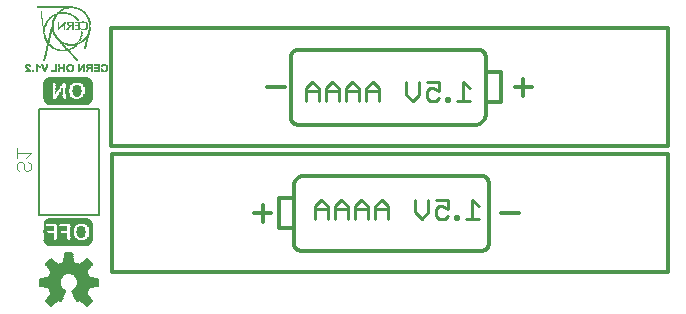
<source format=gbo>
G75*
%MOIN*%
%OFA0B0*%
%FSLAX24Y24*%
%IPPOS*%
%LPD*%
%AMOC8*
5,1,8,0,0,1.08239X$1,22.5*
%
%ADD10C,0.0118*%
%ADD11C,0.0120*%
%ADD12C,0.0090*%
%ADD13C,0.0050*%
%ADD14C,0.0040*%
%ADD15R,0.0082X0.0009*%
%ADD16R,0.0164X0.0009*%
%ADD17R,0.0027X0.0009*%
%ADD18R,0.0036X0.0009*%
%ADD19R,0.0146X0.0009*%
%ADD20R,0.0046X0.0009*%
%ADD21R,0.0037X0.0009*%
%ADD22R,0.0128X0.0009*%
%ADD23R,0.0192X0.0009*%
%ADD24R,0.0046X0.0009*%
%ADD25R,0.0036X0.0009*%
%ADD26R,0.0055X0.0009*%
%ADD27R,0.0173X0.0009*%
%ADD28R,0.0064X0.0009*%
%ADD29R,0.0155X0.0009*%
%ADD30R,0.0192X0.0009*%
%ADD31R,0.0055X0.0009*%
%ADD32R,0.0064X0.0009*%
%ADD33R,0.0173X0.0009*%
%ADD34R,0.0055X0.0009*%
%ADD35R,0.0183X0.0009*%
%ADD36R,0.0201X0.0009*%
%ADD37R,0.0064X0.0009*%
%ADD38R,0.0073X0.0009*%
%ADD39R,0.0182X0.0009*%
%ADD40R,0.0082X0.0009*%
%ADD41R,0.0073X0.0009*%
%ADD42R,0.0183X0.0009*%
%ADD43R,0.0046X0.0009*%
%ADD44R,0.0055X0.0009*%
%ADD45R,0.0055X0.0009*%
%ADD46R,0.0082X0.0009*%
%ADD47R,0.0173X0.0009*%
%ADD48R,0.0037X0.0009*%
%ADD49R,0.0155X0.0009*%
%ADD50R,0.0091X0.0009*%
%ADD51R,0.0055X0.0009*%
%ADD52R,0.0091X0.0009*%
%ADD53R,0.0064X0.0009*%
%ADD54R,0.0100X0.0009*%
%ADD55R,0.0109X0.0009*%
%ADD56R,0.0009X0.0009*%
%ADD57R,0.0155X0.0009*%
%ADD58R,0.0219X0.0009*%
%ADD59R,0.0064X0.0009*%
%ADD60R,0.0219X0.0009*%
%ADD61R,0.0046X0.0009*%
%ADD62R,0.0183X0.0009*%
%ADD63R,0.0192X0.0009*%
%ADD64R,0.0219X0.0009*%
%ADD65R,0.0046X0.0009*%
%ADD66R,0.0027X0.0009*%
%ADD67R,0.0110X0.0009*%
%ADD68R,0.0110X0.0009*%
%ADD69R,0.0119X0.0009*%
%ADD70R,0.0064X0.0009*%
%ADD71R,0.0055X0.0009*%
%ADD72R,0.0055X0.0009*%
%ADD73R,0.0046X0.0009*%
%ADD74R,0.0091X0.0009*%
%ADD75R,0.0100X0.0009*%
%ADD76R,0.0073X0.0009*%
%ADD77R,0.0073X0.0009*%
%ADD78R,0.0146X0.0009*%
%ADD79R,0.0128X0.0009*%
%ADD80R,0.0182X0.0009*%
%ADD81R,0.0119X0.0009*%
%ADD82R,0.0137X0.0009*%
%ADD83R,0.0100X0.0009*%
%ADD84R,0.0027X0.0009*%
%ADD85R,0.0009X0.0009*%
%ADD86R,0.0037X0.0009*%
%ADD87R,0.0027X0.0009*%
%ADD88R,0.0027X0.0009*%
%ADD89R,0.0036X0.0009*%
%ADD90R,0.0027X0.0009*%
%ADD91R,0.0036X0.0009*%
%ADD92R,0.0210X0.0009*%
%ADD93R,0.0283X0.0009*%
%ADD94R,0.0310X0.0009*%
%ADD95R,0.0037X0.0009*%
%ADD96R,0.0027X0.0009*%
%ADD97R,0.0128X0.0009*%
%ADD98R,0.0018X0.0009*%
%ADD99R,0.0274X0.0009*%
%ADD100R,0.0338X0.0009*%
%ADD101R,0.0392X0.0009*%
%ADD102R,0.0018X0.0009*%
%ADD103R,0.0119X0.0009*%
%ADD104R,0.0091X0.0009*%
%ADD105R,0.0082X0.0009*%
%ADD106R,0.0109X0.0009*%
%ADD107R,0.0027X0.0009*%
%ADD108R,0.0046X0.0009*%
%ADD109R,0.0146X0.0009*%
%ADD110R,0.0164X0.0009*%
%ADD111R,0.0018X0.0009*%
%ADD112R,0.0018X0.0009*%
%ADD113R,0.0018X0.0009*%
%ADD114R,0.0064X0.0009*%
%ADD115R,0.0155X0.0009*%
%ADD116R,0.0137X0.0009*%
%ADD117R,0.0018X0.0009*%
%ADD118R,0.0146X0.0009*%
%ADD119R,0.0164X0.0009*%
%ADD120R,0.0046X0.0009*%
%ADD121R,0.0329X0.0009*%
%ADD122R,0.0265X0.0009*%
%ADD123R,0.0064X0.0009*%
%ADD124R,0.0100X0.0009*%
%ADD125R,0.1341X0.0009*%
%ADD126R,0.1305X0.0009*%
%ADD127R,0.1278X0.0009*%
%ADD128R,0.1214X0.0009*%
%ADD129C,0.0059*%
%ADD130R,0.1246X0.0013*%
%ADD131R,0.1348X0.0013*%
%ADD132R,0.1399X0.0013*%
%ADD133R,0.1425X0.0013*%
%ADD134R,0.1475X0.0013*%
%ADD135R,0.1501X0.0013*%
%ADD136R,0.1526X0.0013*%
%ADD137R,0.1552X0.0013*%
%ADD138R,0.1577X0.0013*%
%ADD139R,0.1603X0.0013*%
%ADD140R,0.1603X0.0013*%
%ADD141R,0.1628X0.0013*%
%ADD142R,0.1628X0.0013*%
%ADD143R,0.0521X0.0013*%
%ADD144R,0.1094X0.0013*%
%ADD145R,0.0458X0.0013*%
%ADD146R,0.0293X0.0013*%
%ADD147R,0.0267X0.0013*%
%ADD148R,0.0318X0.0013*%
%ADD149R,0.0420X0.0013*%
%ADD150R,0.0242X0.0013*%
%ADD151R,0.0305X0.0013*%
%ADD152R,0.0394X0.0013*%
%ADD153R,0.0216X0.0013*%
%ADD154R,0.0305X0.0013*%
%ADD155R,0.0369X0.0013*%
%ADD156R,0.0191X0.0013*%
%ADD157R,0.0356X0.0013*%
%ADD158R,0.0178X0.0013*%
%ADD159R,0.0204X0.0013*%
%ADD160R,0.0343X0.0013*%
%ADD161R,0.0165X0.0013*%
%ADD162R,0.0331X0.0013*%
%ADD163R,0.0025X0.0013*%
%ADD164R,0.0153X0.0013*%
%ADD165R,0.0191X0.0013*%
%ADD166R,0.0331X0.0013*%
%ADD167R,0.0127X0.0013*%
%ADD168R,0.0153X0.0013*%
%ADD169R,0.0178X0.0013*%
%ADD170R,0.0305X0.0013*%
%ADD171R,0.0318X0.0013*%
%ADD172R,0.0140X0.0013*%
%ADD173R,0.0305X0.0013*%
%ADD174R,0.0127X0.0013*%
%ADD175R,0.0305X0.0013*%
%ADD176R,0.0216X0.0013*%
%ADD177R,0.0127X0.0013*%
%ADD178R,0.0153X0.0013*%
%ADD179R,0.0293X0.0013*%
%ADD180R,0.0242X0.0013*%
%ADD181R,0.0114X0.0013*%
%ADD182R,0.0140X0.0013*%
%ADD183R,0.0254X0.0013*%
%ADD184R,0.0114X0.0013*%
%ADD185R,0.0127X0.0013*%
%ADD186R,0.0280X0.0013*%
%ADD187R,0.0114X0.0013*%
%ADD188R,0.0114X0.0013*%
%ADD189R,0.0280X0.0013*%
%ADD190R,0.0102X0.0013*%
%ADD191R,0.0114X0.0013*%
%ADD192R,0.0013X0.0013*%
%ADD193R,0.0102X0.0013*%
%ADD194R,0.0025X0.0013*%
%ADD195R,0.0089X0.0013*%
%ADD196R,0.0038X0.0013*%
%ADD197R,0.0293X0.0013*%
%ADD198R,0.0102X0.0013*%
%ADD199R,0.0076X0.0013*%
%ADD200R,0.0051X0.0013*%
%ADD201R,0.0280X0.0013*%
%ADD202R,0.0305X0.0013*%
%ADD203R,0.0102X0.0013*%
%ADD204R,0.0064X0.0013*%
%ADD205R,0.0051X0.0013*%
%ADD206R,0.0064X0.0013*%
%ADD207R,0.0051X0.0013*%
%ADD208R,0.0076X0.0013*%
%ADD209R,0.0038X0.0013*%
%ADD210R,0.0089X0.0013*%
%ADD211R,0.0025X0.0013*%
%ADD212R,0.0013X0.0013*%
%ADD213R,0.0267X0.0013*%
%ADD214R,0.0153X0.0013*%
%ADD215R,0.0191X0.0013*%
%ADD216R,0.0165X0.0013*%
%ADD217R,0.0331X0.0013*%
%ADD218R,0.0165X0.0013*%
%ADD219R,0.0382X0.0013*%
%ADD220R,0.0204X0.0013*%
%ADD221R,0.0229X0.0013*%
%ADD222R,0.0394X0.0013*%
%ADD223R,0.0242X0.0013*%
%ADD224R,0.0407X0.0013*%
%ADD225R,0.0254X0.0013*%
%ADD226R,0.0293X0.0013*%
%ADD227R,0.0445X0.0013*%
%ADD228R,0.1603X0.0013*%
%ADD229R,0.1577X0.0013*%
%ADD230R,0.1552X0.0013*%
%ADD231R,0.1475X0.0013*%
%ADD232R,0.1425X0.0013*%
%ADD233R,0.1246X0.0013*%
%ADD234R,0.0343X0.0013*%
%ADD235R,0.0420X0.0013*%
%ADD236R,0.0369X0.0013*%
%ADD237R,0.0382X0.0013*%
%ADD238R,0.0356X0.0013*%
%ADD239R,0.0254X0.0013*%
%ADD240R,0.0229X0.0013*%
%ADD241R,0.0356X0.0013*%
%ADD242R,0.0229X0.0013*%
%ADD243R,0.0356X0.0013*%
%ADD244R,0.0216X0.0013*%
%ADD245R,0.0204X0.0013*%
%ADD246R,0.0191X0.0013*%
%ADD247R,0.0178X0.0013*%
%ADD248R,0.0064X0.0013*%
%ADD249R,0.0343X0.0013*%
%ADD250R,0.0140X0.0013*%
%ADD251R,0.0343X0.0013*%
%ADD252R,0.0242X0.0013*%
%ADD253R,0.0153X0.0013*%
%ADD254R,0.0127X0.0013*%
%ADD255R,0.0114X0.0013*%
%ADD256R,0.0178X0.0013*%
%ADD257R,0.0191X0.0013*%
%ADD258R,0.0089X0.0013*%
%ADD259R,0.0089X0.0013*%
%ADD260R,0.0076X0.0013*%
%ADD261R,0.0229X0.0013*%
%ADD262R,0.0089X0.0013*%
%ADD263R,0.0076X0.0013*%
%ADD264R,0.0267X0.0013*%
%ADD265R,0.0318X0.0013*%
%ADD266R,0.1196X0.0013*%
D10*
X006185Y001681D02*
X024744Y001681D01*
X024744Y005619D01*
X006185Y005619D01*
X006185Y001681D01*
X011760Y003150D02*
X012260Y003150D01*
X012260Y004150D01*
X011760Y004150D01*
X011760Y003150D01*
X012260Y003150D02*
X012260Y002650D01*
X012262Y002620D01*
X012267Y002590D01*
X012276Y002561D01*
X012289Y002534D01*
X012304Y002508D01*
X012323Y002484D01*
X012344Y002463D01*
X012368Y002444D01*
X012394Y002429D01*
X012421Y002416D01*
X012450Y002407D01*
X012480Y002402D01*
X012510Y002400D01*
X018510Y002400D01*
X018540Y002402D01*
X018570Y002407D01*
X018599Y002416D01*
X018626Y002429D01*
X018652Y002444D01*
X018676Y002463D01*
X018697Y002484D01*
X018716Y002508D01*
X018731Y002534D01*
X018744Y002561D01*
X018753Y002590D01*
X018758Y002620D01*
X018760Y002650D01*
X018760Y004650D01*
X018758Y004680D01*
X018753Y004710D01*
X018744Y004739D01*
X018731Y004766D01*
X018716Y004792D01*
X018697Y004816D01*
X018676Y004837D01*
X018652Y004856D01*
X018626Y004871D01*
X018599Y004884D01*
X018570Y004893D01*
X018540Y004898D01*
X018510Y004900D01*
X012613Y004900D01*
X012576Y004898D01*
X012539Y004892D01*
X012504Y004883D01*
X012469Y004869D01*
X012436Y004853D01*
X012405Y004832D01*
X012376Y004809D01*
X012350Y004783D01*
X012327Y004754D01*
X012306Y004723D01*
X012290Y004690D01*
X012276Y004655D01*
X012267Y004620D01*
X012261Y004583D01*
X012259Y004546D01*
X012260Y004546D02*
X012260Y004150D01*
X012410Y006600D02*
X018306Y006600D01*
X018343Y006602D01*
X018380Y006608D01*
X018415Y006617D01*
X018450Y006631D01*
X018483Y006647D01*
X018514Y006668D01*
X018543Y006691D01*
X018569Y006717D01*
X018592Y006746D01*
X018613Y006777D01*
X018629Y006810D01*
X018643Y006845D01*
X018652Y006880D01*
X018658Y006917D01*
X018660Y006954D01*
X018660Y007350D01*
X019160Y007350D01*
X019160Y008350D01*
X018660Y008350D01*
X018660Y007350D01*
X018660Y008350D02*
X018660Y008850D01*
X018658Y008880D01*
X018653Y008910D01*
X018644Y008939D01*
X018631Y008966D01*
X018616Y008992D01*
X018597Y009016D01*
X018576Y009037D01*
X018552Y009056D01*
X018526Y009071D01*
X018499Y009084D01*
X018470Y009093D01*
X018440Y009098D01*
X018410Y009100D01*
X012410Y009100D01*
X012380Y009098D01*
X012350Y009093D01*
X012321Y009084D01*
X012294Y009071D01*
X012268Y009056D01*
X012244Y009037D01*
X012223Y009016D01*
X012204Y008992D01*
X012189Y008966D01*
X012176Y008939D01*
X012167Y008910D01*
X012162Y008880D01*
X012160Y008850D01*
X012160Y006850D01*
X012162Y006820D01*
X012167Y006790D01*
X012176Y006761D01*
X012189Y006734D01*
X012204Y006708D01*
X012223Y006684D01*
X012244Y006663D01*
X012268Y006644D01*
X012294Y006629D01*
X012321Y006616D01*
X012350Y006607D01*
X012380Y006602D01*
X012410Y006600D01*
X006175Y005881D02*
X024734Y005881D01*
X024734Y009819D01*
X006175Y009819D01*
X006175Y005881D01*
D11*
X010925Y003650D02*
X011512Y003650D01*
X011218Y003944D02*
X011218Y003357D01*
X011371Y007850D02*
X011958Y007850D01*
X019175Y003650D02*
X019762Y003650D01*
X019914Y007557D02*
X019914Y008144D01*
X020208Y007850D02*
X019621Y007850D01*
D12*
X018115Y007821D02*
X017902Y008034D01*
X017902Y007395D01*
X018115Y007395D02*
X017689Y007395D01*
X017444Y007395D02*
X017337Y007395D01*
X017337Y007501D01*
X017444Y007501D01*
X017444Y007395D01*
X017109Y007501D02*
X017002Y007395D01*
X016789Y007395D01*
X016683Y007501D01*
X016683Y007714D01*
X016789Y007821D01*
X016896Y007821D01*
X017109Y007714D01*
X017109Y008034D01*
X016683Y008034D01*
X016438Y008034D02*
X016438Y007608D01*
X016225Y007395D01*
X016012Y007608D01*
X016012Y008034D01*
X015097Y007821D02*
X015097Y007395D01*
X015097Y007714D02*
X014671Y007714D01*
X014671Y007821D02*
X014671Y007395D01*
X014426Y007395D02*
X014426Y007821D01*
X014213Y008034D01*
X014000Y007821D01*
X014000Y007395D01*
X013755Y007395D02*
X013755Y007821D01*
X013542Y008034D01*
X013329Y007821D01*
X013329Y007395D01*
X013085Y007395D02*
X013085Y007821D01*
X012872Y008034D01*
X012659Y007821D01*
X012659Y007395D01*
X012659Y007714D02*
X013085Y007714D01*
X013329Y007714D02*
X013755Y007714D01*
X014000Y007714D02*
X014426Y007714D01*
X014671Y007821D02*
X014884Y008034D01*
X015097Y007821D01*
X015184Y004106D02*
X014971Y003893D01*
X014971Y003467D01*
X014726Y003467D02*
X014726Y003893D01*
X014514Y004106D01*
X014301Y003893D01*
X014301Y003467D01*
X014056Y003467D02*
X014056Y003893D01*
X013843Y004106D01*
X013630Y003893D01*
X013630Y003467D01*
X013385Y003467D02*
X013385Y003893D01*
X013172Y004106D01*
X012959Y003893D01*
X012959Y003467D01*
X012959Y003786D02*
X013385Y003786D01*
X013630Y003786D02*
X014056Y003786D01*
X014301Y003786D02*
X014726Y003786D01*
X014971Y003786D02*
X015397Y003786D01*
X015397Y003893D02*
X015184Y004106D01*
X015397Y003893D02*
X015397Y003467D01*
X016313Y003680D02*
X016313Y004106D01*
X016738Y004106D02*
X016738Y003680D01*
X016525Y003467D01*
X016313Y003680D01*
X016983Y003786D02*
X016983Y003573D01*
X017090Y003467D01*
X017303Y003467D01*
X017409Y003573D01*
X017638Y003573D02*
X017638Y003467D01*
X017744Y003467D01*
X017744Y003573D01*
X017638Y003573D01*
X017989Y003467D02*
X018415Y003467D01*
X018202Y003467D02*
X018202Y004106D01*
X018415Y003893D01*
X017409Y003786D02*
X017196Y003893D01*
X017090Y003893D01*
X016983Y003786D01*
X016983Y004106D02*
X017409Y004106D01*
X017409Y003786D01*
D13*
X005760Y003594D02*
X005760Y007137D01*
X003760Y007137D01*
X003760Y003594D01*
X005760Y003594D01*
D14*
X003490Y005126D02*
X003413Y005049D01*
X003336Y005049D01*
X003260Y005126D01*
X003260Y005279D01*
X003183Y005356D01*
X003106Y005356D01*
X003030Y005279D01*
X003030Y005126D01*
X003106Y005049D01*
X003490Y005126D02*
X003490Y005279D01*
X003413Y005356D01*
X003336Y005510D02*
X003490Y005663D01*
X003030Y005663D01*
X003030Y005510D02*
X003030Y005817D01*
D15*
X003961Y008377D03*
X004344Y009098D03*
X004809Y009107D03*
X005129Y009317D03*
X005247Y008560D03*
X005110Y008396D03*
X004809Y008350D03*
X004809Y008606D03*
X005895Y008569D03*
X005941Y008350D03*
X004800Y010266D03*
X004581Y010440D03*
X004399Y010285D03*
X004344Y010266D03*
X004298Y010248D03*
D16*
X005690Y008350D03*
D17*
X005521Y008350D03*
X005357Y008350D03*
X005256Y008606D03*
X005092Y008606D03*
X005001Y008779D03*
X004609Y008606D03*
X004444Y008606D03*
X004444Y008350D03*
X003961Y008806D03*
X003970Y008843D03*
X003979Y008888D03*
X004006Y009016D03*
X004015Y009044D03*
X004025Y009098D03*
X004052Y009208D03*
X004052Y009217D03*
X004061Y009235D03*
X004061Y009253D03*
X004070Y009281D03*
X003979Y009472D03*
X003970Y009509D03*
X003961Y009555D03*
X003961Y009810D03*
X003961Y009819D03*
X003961Y009837D03*
X003970Y009856D03*
X003979Y009883D03*
X003915Y009874D03*
X003915Y009856D03*
X003915Y009837D03*
X003897Y010002D03*
X003897Y010011D03*
X003879Y010139D03*
X003879Y010157D03*
X003879Y010175D03*
X003879Y010184D03*
X004271Y009637D03*
X004563Y009253D03*
X004581Y009235D03*
X004700Y009107D03*
X004992Y009217D03*
X005010Y009235D03*
X005092Y009345D03*
X005129Y009399D03*
X005138Y009409D03*
X005165Y009472D03*
X005165Y009491D03*
X005174Y009509D03*
X005174Y009518D03*
X005183Y009555D03*
X005384Y009472D03*
X005348Y009336D03*
X005293Y009126D03*
X005439Y009682D03*
X005466Y009837D03*
X005466Y009856D03*
X005466Y009874D03*
X005466Y009883D03*
X005466Y009901D03*
X005384Y010184D03*
X003468Y008523D03*
D18*
X003710Y008587D03*
X003792Y008505D03*
X003710Y008350D03*
X003956Y008779D03*
X003956Y008797D03*
X003965Y008825D03*
X003974Y008861D03*
X003974Y008870D03*
X003983Y008907D03*
X003983Y008916D03*
X004002Y008980D03*
X004011Y009034D03*
X004020Y009062D03*
X004029Y009107D03*
X004047Y009190D03*
X004066Y009272D03*
X004075Y009299D03*
X004084Y009336D03*
X004084Y009345D03*
X004093Y009363D03*
X004093Y009399D03*
X004102Y009409D03*
X004102Y009427D03*
X004111Y009445D03*
X004111Y009454D03*
X004111Y009472D03*
X004129Y009555D03*
X004139Y009573D03*
X004139Y009582D03*
X004148Y009600D03*
X004148Y009618D03*
X004157Y009637D03*
X004157Y009646D03*
X004157Y009664D03*
X004175Y009728D03*
X004175Y009746D03*
X004184Y009755D03*
X004184Y009774D03*
X004184Y009792D03*
X004230Y009792D03*
X004239Y009755D03*
X004239Y009746D03*
X004239Y009728D03*
X004257Y009664D03*
X004266Y009646D03*
X004275Y009618D03*
X004285Y009600D03*
X004303Y009573D03*
X004312Y009555D03*
X004358Y009491D03*
X004522Y009299D03*
X004540Y009281D03*
X004604Y009208D03*
X004622Y009190D03*
X004659Y009144D03*
X004677Y009126D03*
X004704Y009098D03*
X004741Y009062D03*
X004759Y009044D03*
X004787Y009016D03*
X004823Y008971D03*
X004841Y008952D03*
X004859Y008934D03*
X004878Y008916D03*
X004887Y008907D03*
X004905Y008888D03*
X004923Y008870D03*
X004923Y008861D03*
X004960Y008825D03*
X004978Y008806D03*
X004987Y008797D03*
X005033Y008742D03*
X005097Y008350D03*
X005261Y008350D03*
X004613Y008350D03*
X004987Y009208D03*
X005142Y009427D03*
X005152Y009445D03*
X005288Y009427D03*
X005307Y009445D03*
X005316Y009454D03*
X005343Y009491D03*
X005389Y009491D03*
X005361Y009399D03*
X005352Y009363D03*
X005352Y009345D03*
X005343Y009317D03*
X005334Y009299D03*
X005334Y009281D03*
X005334Y009272D03*
X005316Y009217D03*
X005316Y009208D03*
X005307Y009190D03*
X005307Y009171D03*
X005298Y009162D03*
X005298Y009144D03*
X005425Y009637D03*
X005425Y009646D03*
X005434Y009664D03*
X005444Y009701D03*
X005444Y009710D03*
X005453Y009728D03*
X005453Y009746D03*
X005453Y009755D03*
X005462Y009774D03*
X005462Y009792D03*
X005462Y009810D03*
X005462Y009819D03*
X005380Y009856D03*
X005380Y009874D03*
X005380Y009883D03*
X005380Y009901D03*
X005361Y009965D03*
X005343Y009983D03*
X005444Y010029D03*
X005444Y010047D03*
X005434Y010056D03*
X005425Y010093D03*
X005407Y010139D03*
X005398Y010157D03*
X005389Y010175D03*
X005361Y010221D03*
X005352Y010239D03*
X005343Y010248D03*
X005042Y010093D03*
X005006Y010139D03*
X005097Y009983D03*
X005097Y009965D03*
X005097Y009947D03*
X005097Y009938D03*
X005097Y009883D03*
X005097Y009874D03*
X005097Y009856D03*
X005097Y009837D03*
X005097Y009819D03*
X005097Y009810D03*
X005097Y009792D03*
X004887Y009792D03*
X004887Y009810D03*
X004887Y009819D03*
X004887Y009837D03*
X004887Y009856D03*
X004887Y009874D03*
X004887Y009883D03*
X004887Y009901D03*
X004887Y009938D03*
X004887Y009947D03*
X004887Y009965D03*
X004887Y009983D03*
X004887Y010002D03*
X004787Y009856D03*
X004887Y009774D03*
X005361Y009810D03*
X005462Y009938D03*
X005462Y009947D03*
X005462Y009965D03*
X005453Y010002D03*
X005453Y010011D03*
X004321Y010202D03*
X004303Y010175D03*
X004285Y010139D03*
X004275Y010120D03*
X004275Y010111D03*
X004266Y010093D03*
X004239Y010011D03*
X004239Y010002D03*
X004230Y009965D03*
X004093Y010093D03*
X004066Y010056D03*
X004056Y010047D03*
X004029Y010011D03*
X004029Y010002D03*
X004020Y009983D03*
X004011Y009965D03*
X004002Y009947D03*
X003983Y009901D03*
X003974Y009874D03*
X003938Y009710D03*
X003938Y009701D03*
X003938Y009682D03*
X003965Y009518D03*
X003974Y009491D03*
X004002Y009427D03*
X004011Y009409D03*
X004011Y009399D03*
X005854Y008441D03*
D19*
X005945Y008587D03*
X005471Y008460D03*
X004275Y008350D03*
X003399Y008350D03*
X004695Y009272D03*
X005042Y009901D03*
X004695Y010476D03*
D20*
X004335Y010221D03*
X004307Y010184D03*
X004189Y010184D03*
X004152Y010157D03*
X004134Y010139D03*
X004116Y010120D03*
X004107Y010111D03*
X004234Y009983D03*
X004225Y009947D03*
X004225Y009938D03*
X004234Y009774D03*
X004435Y009792D03*
X004481Y009837D03*
X004499Y009856D03*
X004517Y009874D03*
X004526Y009883D03*
X004545Y009901D03*
X004581Y009938D03*
X004590Y009947D03*
X004627Y009983D03*
X004727Y009983D03*
X004727Y009938D03*
X004773Y009901D03*
X004800Y009874D03*
X004773Y009837D03*
X004755Y009819D03*
X004745Y009810D03*
X004727Y009792D03*
X004718Y009774D03*
X004390Y009454D03*
X004371Y009472D03*
X004344Y009509D03*
X004134Y009235D03*
X004152Y009217D03*
X004161Y009208D03*
X004180Y009190D03*
X004216Y009162D03*
X004444Y008587D03*
X004444Y008569D03*
X004444Y008560D03*
X004444Y008523D03*
X004444Y008441D03*
X004444Y008432D03*
X004444Y008414D03*
X004444Y008396D03*
X004444Y008377D03*
X004444Y008368D03*
X004609Y008368D03*
X004709Y008460D03*
X004709Y008478D03*
X004709Y008496D03*
X004609Y008587D03*
X005092Y008587D03*
X005092Y008569D03*
X005092Y008560D03*
X005092Y008523D03*
X005092Y008505D03*
X005092Y008496D03*
X005092Y008478D03*
X005092Y008460D03*
X005092Y008441D03*
X005266Y008368D03*
X005521Y008368D03*
X005521Y008377D03*
X005521Y008396D03*
X005521Y008414D03*
X005521Y008432D03*
X005521Y008441D03*
X005521Y008505D03*
X005521Y008523D03*
X005521Y008560D03*
X005859Y008523D03*
X005859Y008432D03*
X006032Y008432D03*
X004964Y009190D03*
X004928Y009162D03*
X004901Y009144D03*
X005256Y009399D03*
X005266Y009409D03*
X005393Y009555D03*
X005402Y009573D03*
X005402Y009582D03*
X005412Y009600D03*
X005348Y009792D03*
X005366Y009819D03*
X005183Y009774D03*
X005092Y009774D03*
X005092Y010002D03*
X005183Y010002D03*
X005311Y010002D03*
X005329Y010266D03*
X005311Y010285D03*
X005302Y010294D03*
X005238Y010358D03*
X005028Y010111D03*
X004964Y010175D03*
X003942Y009746D03*
X003942Y009728D03*
X003869Y008587D03*
X003879Y008560D03*
X003897Y008505D03*
X003915Y008460D03*
X003924Y008441D03*
X003924Y008432D03*
X003933Y008414D03*
X003988Y008414D03*
X003997Y008441D03*
X004015Y008496D03*
X004025Y008523D03*
X003961Y008350D03*
X003714Y008368D03*
X003349Y008496D03*
X003340Y008523D03*
D21*
X003564Y008350D03*
X003947Y008742D03*
X003947Y008761D03*
X003993Y008952D03*
X004038Y009144D03*
X004120Y009253D03*
X003993Y009445D03*
X004120Y009491D03*
X004120Y009509D03*
X004120Y009518D03*
X004166Y009682D03*
X004166Y009701D03*
X004166Y009710D03*
X004248Y009710D03*
X004248Y009701D03*
X004294Y009582D03*
X004339Y009518D03*
X004549Y009272D03*
X004595Y009217D03*
X004768Y009034D03*
X004814Y008980D03*
X004942Y008843D03*
X004942Y009171D03*
X005325Y009235D03*
X005325Y009253D03*
X005371Y009427D03*
X005325Y009472D03*
X005416Y009618D03*
X005197Y009637D03*
X005197Y009646D03*
X005371Y009837D03*
X005371Y009938D03*
X005371Y009947D03*
X005416Y010111D03*
X005416Y010120D03*
X005371Y010202D03*
X005024Y010120D03*
X004723Y009965D03*
X004723Y009947D03*
X004294Y010157D03*
X004248Y010047D03*
X004038Y010029D03*
X003947Y009637D03*
X003947Y009618D03*
D22*
X004805Y008359D03*
X005945Y008359D03*
D23*
X005685Y008359D03*
X005694Y008578D03*
D24*
X005859Y008533D03*
X005859Y008423D03*
X006032Y008514D03*
X005521Y008514D03*
X005521Y008533D03*
X005521Y008551D03*
X005521Y008450D03*
X005521Y008423D03*
X005521Y008405D03*
X005521Y008359D03*
X005357Y008359D03*
X005256Y008596D03*
X005092Y008596D03*
X005092Y008578D03*
X005092Y008551D03*
X005092Y008533D03*
X005092Y008514D03*
X005092Y008487D03*
X005092Y008450D03*
X004709Y008487D03*
X004609Y008596D03*
X004444Y008596D03*
X004444Y008578D03*
X004444Y008551D03*
X004444Y008533D03*
X004444Y008514D03*
X004444Y008450D03*
X004444Y008423D03*
X004444Y008405D03*
X004444Y008359D03*
X004609Y008359D03*
X004335Y008596D03*
X003988Y008423D03*
X003924Y008423D03*
X003915Y008450D03*
X003897Y008514D03*
X003888Y008533D03*
X003869Y008596D03*
X003787Y008514D03*
X003568Y008359D03*
X003468Y008533D03*
X003459Y008551D03*
X003340Y008551D03*
X003340Y008533D03*
X003340Y008514D03*
X004125Y009244D03*
X004171Y009199D03*
X004362Y009482D03*
X004307Y009564D03*
X004289Y009591D03*
X004727Y009783D03*
X004736Y009801D03*
X004764Y009828D03*
X004791Y009865D03*
X004727Y009974D03*
X004599Y009956D03*
X004572Y009929D03*
X004554Y009910D03*
X004536Y009892D03*
X004472Y009828D03*
X004225Y009929D03*
X004234Y009974D03*
X004098Y010102D03*
X004125Y010129D03*
X004070Y010066D03*
X004298Y010166D03*
X004317Y010193D03*
X004326Y010212D03*
X004417Y010321D03*
X004974Y010166D03*
X005320Y010275D03*
X005339Y010257D03*
X005357Y009801D03*
X005421Y009628D03*
X005412Y009591D03*
X005247Y009390D03*
X004974Y009199D03*
X004955Y009180D03*
X003942Y009719D03*
X003942Y009737D03*
D25*
X003956Y009564D03*
X004002Y009418D03*
X004020Y009390D03*
X004029Y009372D03*
X004084Y009354D03*
X004093Y009372D03*
X004093Y009390D03*
X004102Y009418D03*
X004102Y009436D03*
X004129Y009527D03*
X004129Y009545D03*
X004139Y009564D03*
X004139Y009591D03*
X004148Y009628D03*
X004157Y009655D03*
X004157Y009673D03*
X004175Y009719D03*
X004175Y009737D03*
X004184Y009783D03*
X004230Y009783D03*
X004239Y009737D03*
X004257Y009673D03*
X004275Y009628D03*
X004321Y009545D03*
X004330Y009527D03*
X004348Y009500D03*
X004531Y009290D03*
X004558Y009263D03*
X004613Y009199D03*
X004668Y009135D03*
X004686Y009117D03*
X004714Y009089D03*
X004732Y009071D03*
X004750Y009053D03*
X004777Y009025D03*
X004796Y009007D03*
X004832Y008961D03*
X004850Y008943D03*
X004914Y008879D03*
X004951Y008834D03*
X004969Y008815D03*
X004777Y009089D03*
X005124Y009390D03*
X005279Y009418D03*
X005298Y009436D03*
X005334Y009482D03*
X005361Y009390D03*
X005361Y009372D03*
X005352Y009354D03*
X005343Y009326D03*
X005334Y009290D03*
X005307Y009199D03*
X005307Y009180D03*
X005298Y009135D03*
X005188Y009564D03*
X005097Y009783D03*
X005097Y009801D03*
X005097Y009828D03*
X005097Y009865D03*
X005097Y009910D03*
X005097Y009929D03*
X005097Y009956D03*
X005097Y009974D03*
X005051Y010084D03*
X005033Y010102D03*
X005015Y010129D03*
X004887Y009974D03*
X004887Y009956D03*
X004887Y009929D03*
X004887Y009910D03*
X004887Y009865D03*
X004887Y009828D03*
X004887Y009801D03*
X004887Y009783D03*
X004750Y009910D03*
X004732Y009929D03*
X004431Y009783D03*
X004230Y009956D03*
X004239Y010020D03*
X004257Y010066D03*
X004257Y010084D03*
X004266Y010102D03*
X004275Y010129D03*
X004084Y010084D03*
X004047Y010038D03*
X004011Y009974D03*
X004002Y009956D03*
X003983Y009910D03*
X004084Y009326D03*
X004075Y009290D03*
X004066Y009263D03*
X004047Y009180D03*
X004020Y009071D03*
X004011Y009025D03*
X004002Y008989D03*
X003983Y008898D03*
X003974Y008879D03*
X003965Y008834D03*
X003965Y008815D03*
X003956Y008788D03*
X004047Y008596D03*
X003710Y008596D03*
X003710Y008359D03*
X005261Y008359D03*
X005434Y009655D03*
X005434Y009673D03*
X005453Y009737D03*
X005462Y009783D03*
X005462Y009801D03*
X005462Y009828D03*
X005380Y009865D03*
X005380Y009892D03*
X005380Y009910D03*
X005380Y009929D03*
X005361Y009956D03*
X005352Y009974D03*
X005462Y009974D03*
X005462Y009956D03*
X005462Y009929D03*
X005453Y010020D03*
X005444Y010038D03*
X005434Y010066D03*
X005425Y010084D03*
X005425Y010102D03*
X005407Y010129D03*
X005398Y010166D03*
X005380Y010193D03*
D26*
X005261Y010339D03*
X005225Y010367D03*
X004914Y010212D03*
X004622Y009974D03*
X004440Y009801D03*
X004221Y009892D03*
X004221Y009910D03*
X003938Y009783D03*
X004403Y009436D03*
X004193Y009180D03*
X004257Y009135D03*
X004887Y009135D03*
X005225Y009372D03*
X005389Y009545D03*
X005398Y009564D03*
X005334Y009783D03*
X004440Y010339D03*
X004230Y010212D03*
X004047Y008578D03*
X004029Y008533D03*
X004020Y008514D03*
X004011Y008487D03*
X004002Y008450D03*
X003883Y008551D03*
X003874Y008578D03*
X003710Y008578D03*
X003710Y008514D03*
X003710Y008487D03*
X003710Y008450D03*
X003710Y008423D03*
X003710Y008405D03*
X003445Y008405D03*
X003427Y008423D03*
X003354Y008487D03*
X004613Y008514D03*
X004613Y008533D03*
X004613Y008551D03*
X004613Y008578D03*
X004714Y008514D03*
X004714Y008450D03*
X004613Y008450D03*
X004613Y008423D03*
X004613Y008405D03*
X004887Y008405D03*
X004905Y008450D03*
X004905Y008487D03*
X004905Y008514D03*
X004887Y008551D03*
X005097Y008359D03*
X005188Y008487D03*
X005261Y008487D03*
X005261Y008450D03*
X005261Y008423D03*
X005261Y008405D03*
X005380Y008405D03*
X005361Y008533D03*
X006028Y008533D03*
X006037Y008487D03*
X006037Y008450D03*
X006028Y008423D03*
D27*
X005941Y008578D03*
X005457Y008596D03*
X004809Y008578D03*
X004271Y008359D03*
X003395Y008359D03*
X004572Y010321D03*
D28*
X004490Y010385D03*
X005174Y010403D03*
X005384Y009527D03*
X004453Y009390D03*
X003961Y008359D03*
X005393Y008423D03*
X005868Y008405D03*
X005868Y008551D03*
D29*
X005941Y008368D03*
X004809Y008368D03*
X004809Y008587D03*
D30*
X005685Y008587D03*
X005685Y008368D03*
D31*
X005863Y008414D03*
X006009Y008396D03*
X006028Y008414D03*
X006037Y008441D03*
X006037Y008460D03*
X006037Y008478D03*
X006037Y008496D03*
X006037Y008505D03*
X006028Y008523D03*
X005517Y008496D03*
X005398Y008432D03*
X005361Y008368D03*
X005261Y008377D03*
X005261Y008396D03*
X005261Y008414D03*
X005261Y008432D03*
X005261Y008441D03*
X005261Y008460D03*
X005261Y008478D03*
X005261Y008496D03*
X005261Y008505D03*
X005188Y008496D03*
X005179Y008478D03*
X005170Y008460D03*
X005361Y008523D03*
X004905Y008523D03*
X004905Y008505D03*
X004905Y008496D03*
X004905Y008478D03*
X004905Y008460D03*
X004905Y008441D03*
X004905Y008432D03*
X004714Y008432D03*
X004714Y008441D03*
X004714Y008505D03*
X004714Y008523D03*
X004613Y008523D03*
X004613Y008560D03*
X004613Y008569D03*
X004613Y008460D03*
X004613Y008441D03*
X004613Y008432D03*
X004613Y008414D03*
X004613Y008396D03*
X004613Y008377D03*
X004449Y008460D03*
X004449Y008505D03*
X004047Y008587D03*
X004020Y008505D03*
X004011Y008478D03*
X004002Y008460D03*
X003892Y008523D03*
X003874Y008569D03*
X003710Y008523D03*
X003710Y008505D03*
X003710Y008496D03*
X003710Y008478D03*
X003710Y008460D03*
X003710Y008441D03*
X003710Y008432D03*
X003710Y008414D03*
X003710Y008396D03*
X003710Y008377D03*
X003454Y008396D03*
X003418Y008432D03*
X003454Y008560D03*
X003399Y008606D03*
X004239Y009144D03*
X004275Y009126D03*
X004440Y009399D03*
X004431Y009409D03*
X004412Y009427D03*
X004394Y009445D03*
X003938Y009755D03*
X003938Y009774D03*
X003938Y009792D03*
X004221Y009874D03*
X004221Y009883D03*
X004221Y009901D03*
X004175Y010175D03*
X004431Y010330D03*
X004449Y010348D03*
X004458Y010358D03*
X004750Y010002D03*
X004923Y010202D03*
X004951Y010184D03*
X005252Y010348D03*
X005270Y010330D03*
X005188Y010394D03*
X005316Y009774D03*
D32*
X005211Y009363D03*
X005183Y009345D03*
X004618Y009965D03*
X004444Y009810D03*
X004280Y010239D03*
X003714Y008569D03*
X003450Y008569D03*
X003358Y008569D03*
X003367Y008478D03*
X003404Y008441D03*
X003961Y008368D03*
X004609Y008505D03*
X004736Y008396D03*
X004882Y008396D03*
X005101Y008368D03*
X005256Y008587D03*
X005402Y008441D03*
X005384Y008414D03*
X005941Y008606D03*
X006005Y008560D03*
D33*
X005941Y008377D03*
X005457Y008478D03*
X004809Y008377D03*
X004271Y008368D03*
X003404Y008377D03*
D34*
X003436Y008414D03*
X003345Y008505D03*
X003345Y008560D03*
X003564Y008377D03*
X003564Y008368D03*
X003901Y008496D03*
X003993Y008432D03*
X004038Y008560D03*
X004038Y008569D03*
X004339Y008569D03*
X004339Y008560D03*
X004339Y008587D03*
X004339Y008523D03*
X004339Y008505D03*
X004339Y008496D03*
X004339Y008478D03*
X004339Y008460D03*
X004339Y008441D03*
X004339Y008432D03*
X004339Y008414D03*
X004339Y008396D03*
X004723Y008414D03*
X004896Y008414D03*
X005152Y008441D03*
X005197Y008505D03*
X005763Y008505D03*
X005763Y008523D03*
X005763Y008560D03*
X005763Y008460D03*
X005763Y008441D03*
X005763Y008432D03*
X005763Y008414D03*
X005763Y008396D03*
X004202Y009171D03*
X004814Y009883D03*
X004896Y010221D03*
X005288Y010312D03*
X004212Y010202D03*
D35*
X004850Y009235D03*
X005453Y008587D03*
X005699Y008569D03*
X005699Y008496D03*
X005699Y008478D03*
X003399Y008368D03*
D36*
X005444Y008569D03*
X005690Y008377D03*
D37*
X005877Y008396D03*
X005877Y008560D03*
X005375Y008560D03*
X005375Y008505D03*
X005375Y008396D03*
X005366Y008377D03*
X004864Y009126D03*
X005165Y009336D03*
X005375Y009509D03*
X005375Y009518D03*
X004864Y010239D03*
X004846Y010248D03*
X005156Y010412D03*
X004244Y010221D03*
X004216Y009856D03*
X004216Y009837D03*
X003778Y008523D03*
X003386Y008460D03*
D38*
X004212Y009810D03*
X004212Y009819D03*
X004987Y010002D03*
X005252Y009755D03*
X005142Y010421D03*
X005106Y010440D03*
X004549Y010421D03*
X004504Y010394D03*
X005252Y008569D03*
X005106Y008377D03*
D39*
X004275Y008377D03*
D40*
X005996Y008387D03*
D41*
X005891Y008387D03*
X005106Y008387D03*
D42*
X005699Y008387D03*
X005699Y008469D03*
D43*
X005521Y008387D03*
X005092Y008469D03*
X004709Y008469D03*
X004444Y008387D03*
X004006Y008469D03*
X003915Y008469D03*
X004143Y009226D03*
X004280Y009609D03*
X004234Y009764D03*
X004490Y009847D03*
X004709Y009764D03*
X004782Y009847D03*
X004736Y009993D03*
X004992Y010148D03*
X005329Y009993D03*
X005402Y010148D03*
X005357Y010230D03*
X004143Y010148D03*
D44*
X004339Y008469D03*
X005371Y008387D03*
D45*
X005261Y008387D03*
X005261Y008469D03*
X005170Y008469D03*
X004905Y008469D03*
X004613Y008387D03*
X003710Y008387D03*
X003710Y008469D03*
X004230Y009153D03*
X003938Y009764D03*
X004914Y009153D03*
X006037Y008469D03*
X005298Y010303D03*
D46*
X004864Y008387D03*
X004755Y008387D03*
X003961Y008387D03*
D47*
X004280Y008387D03*
D48*
X003564Y008387D03*
X004038Y009153D03*
X004166Y009691D03*
X004248Y009691D03*
X005325Y009463D03*
X005416Y009609D03*
D49*
X003404Y008387D03*
D50*
X003956Y008396D03*
X004759Y008569D03*
X004860Y008569D03*
X005115Y008414D03*
X005398Y008496D03*
X005991Y008569D03*
X004604Y009299D03*
X004504Y009345D03*
X004996Y009774D03*
D51*
X004942Y010193D03*
X005279Y010321D03*
X004467Y010367D03*
X004202Y010193D03*
X004166Y010166D03*
X004421Y009418D03*
X005197Y009354D03*
X005371Y008551D03*
X005371Y008514D03*
X005161Y008450D03*
X004896Y008423D03*
X004896Y008533D03*
X004723Y008533D03*
X004339Y008533D03*
X004339Y008551D03*
X004339Y008578D03*
X004339Y008514D03*
X004339Y008487D03*
X004339Y008450D03*
X004339Y008423D03*
X004339Y008405D03*
X004038Y008551D03*
X005763Y008551D03*
X005763Y008533D03*
X005763Y008514D03*
X005763Y008450D03*
X005763Y008423D03*
X005763Y008405D03*
X006018Y008405D03*
X006018Y008551D03*
D52*
X005243Y008551D03*
X005115Y008405D03*
X004494Y009354D03*
X003728Y008551D03*
X003399Y008596D03*
X004777Y010275D03*
X004604Y010449D03*
X005088Y010449D03*
D53*
X005202Y010385D03*
X004517Y010403D03*
X004216Y009865D03*
X003942Y009801D03*
X004472Y009372D03*
X004289Y009117D03*
X004846Y009117D03*
X004727Y008551D03*
X004718Y008423D03*
X004727Y008405D03*
X005412Y008450D03*
X003395Y008450D03*
D54*
X003961Y008405D03*
X004371Y009089D03*
X004627Y009290D03*
X005238Y008533D03*
X005120Y008423D03*
D55*
X005124Y008432D03*
X004750Y010285D03*
X004440Y010294D03*
D56*
X003468Y008514D03*
X005859Y008450D03*
D57*
X005466Y008469D03*
D58*
X004531Y008469D03*
D59*
X003377Y008469D03*
X004262Y010230D03*
X004882Y010230D03*
D60*
X004531Y008496D03*
X004531Y008478D03*
D61*
X003906Y008478D03*
X004983Y010157D03*
D62*
X005699Y008487D03*
D63*
X005448Y008487D03*
X005448Y008578D03*
D64*
X004531Y008487D03*
D65*
X003906Y008487D03*
X004508Y009865D03*
D66*
X004262Y009655D03*
X003979Y009482D03*
X003970Y009500D03*
X003961Y009527D03*
X003961Y009545D03*
X003961Y009828D03*
X003970Y009865D03*
X003979Y009892D03*
X003915Y009865D03*
X003915Y009828D03*
X003897Y010020D03*
X003888Y010084D03*
X003879Y010166D03*
X003879Y010193D03*
X004061Y009244D03*
X004052Y009199D03*
X004025Y009089D03*
X004015Y009053D03*
X004006Y009007D03*
X004572Y009244D03*
X004627Y009180D03*
X005101Y009354D03*
X005138Y009418D03*
X005147Y009436D03*
X005165Y009482D03*
X005174Y009500D03*
X005183Y009527D03*
X005183Y009545D03*
X005384Y009482D03*
X005448Y009719D03*
X005466Y009865D03*
X005466Y009892D03*
X005466Y009910D03*
X004992Y008788D03*
X005859Y008514D03*
D67*
X005234Y008514D03*
X005060Y009290D03*
X005033Y010467D03*
D68*
X005033Y009281D03*
X005234Y008523D03*
D69*
X005941Y008596D03*
X003742Y008533D03*
D70*
X004463Y009381D03*
X006023Y008542D03*
D71*
X005863Y008542D03*
X005361Y008542D03*
X004613Y008542D03*
X004029Y008542D03*
X005234Y009381D03*
X005389Y009536D03*
X005215Y010376D03*
D72*
X004896Y008542D03*
X004723Y008542D03*
X004339Y008542D03*
X005763Y008542D03*
D73*
X005521Y008542D03*
X005092Y008542D03*
X004444Y008542D03*
X003888Y008542D03*
X003468Y008542D03*
X003340Y008542D03*
X004225Y009920D03*
X004563Y009920D03*
D74*
X005060Y010458D03*
X005243Y008542D03*
D75*
X003733Y008542D03*
X004627Y010458D03*
D76*
X004531Y010412D03*
X004449Y009819D03*
X004485Y009363D03*
X004321Y009107D03*
X004787Y009098D03*
X004741Y008560D03*
X004878Y008560D03*
X003719Y008560D03*
D77*
X005252Y008578D03*
X005371Y009500D03*
X005243Y010020D03*
X005124Y010431D03*
X004212Y009828D03*
X004212Y009801D03*
D78*
X003399Y008578D03*
D79*
X003399Y008587D03*
D80*
X005690Y008596D03*
D81*
X004809Y008596D03*
D82*
X005685Y008606D03*
X004992Y009272D03*
X004709Y010294D03*
X005001Y010476D03*
D83*
X005083Y009299D03*
X004517Y009336D03*
X005466Y008606D03*
D84*
X005019Y008761D03*
X004645Y009162D03*
X004636Y009171D03*
X005110Y009363D03*
X005156Y009454D03*
X005193Y009573D03*
X005193Y009582D03*
X005193Y009600D03*
X005193Y009618D03*
X005202Y009664D03*
X005202Y009682D03*
X005375Y009454D03*
X005375Y009445D03*
X005366Y009409D03*
X005457Y009983D03*
X004636Y010002D03*
X004426Y009774D03*
X004253Y009682D03*
X003988Y009454D03*
X004034Y009363D03*
X004079Y009317D03*
X004043Y009171D03*
X004043Y009162D03*
X004034Y009126D03*
X003997Y008971D03*
X003988Y008934D03*
X004043Y008606D03*
X003869Y008606D03*
X004335Y008606D03*
X003952Y009573D03*
X003952Y009582D03*
X003952Y009600D03*
X003942Y009646D03*
X003942Y009664D03*
X003906Y009901D03*
X003906Y009938D03*
X003906Y009947D03*
X003997Y009938D03*
X004244Y010029D03*
X004253Y010056D03*
X003869Y010221D03*
X003869Y010239D03*
X003869Y010248D03*
X003869Y010266D03*
X003860Y010285D03*
X003860Y010294D03*
X003860Y010312D03*
X003860Y010330D03*
D85*
X004043Y009336D03*
X003705Y008606D03*
X005165Y009983D03*
D86*
X005371Y009828D03*
X005197Y009655D03*
X005197Y009628D03*
X005325Y009263D03*
X005325Y009244D03*
X004896Y008898D03*
X004814Y008989D03*
X005024Y008752D03*
X003993Y008943D03*
X003947Y008752D03*
X003993Y009436D03*
X004120Y009482D03*
X004120Y009500D03*
X003947Y009628D03*
X003993Y009929D03*
X004038Y010020D03*
X004723Y009956D03*
X005371Y010212D03*
D87*
X005174Y009993D03*
X005466Y009847D03*
X005001Y009226D03*
X004654Y009153D03*
X005010Y008770D03*
X003970Y008852D03*
X003915Y009847D03*
X003879Y010148D03*
D88*
X003869Y010230D03*
X003860Y010303D03*
X004344Y010230D03*
X005202Y009691D03*
X005193Y009609D03*
X005156Y009463D03*
X005457Y009764D03*
X003988Y008925D03*
X003952Y008770D03*
X003952Y009609D03*
D89*
X003938Y009691D03*
X003965Y009847D03*
X004020Y009993D03*
X004239Y009993D03*
X004285Y010148D03*
X004631Y009993D03*
X004887Y009993D03*
X004887Y009847D03*
X004887Y009764D03*
X005097Y009847D03*
X005097Y009993D03*
X005380Y009847D03*
X005453Y009993D03*
X005444Y009691D03*
X005380Y009463D03*
X005343Y009308D03*
X005316Y009226D03*
X005298Y009153D03*
X004933Y008852D03*
X004869Y008925D03*
X004586Y009226D03*
X004513Y009308D03*
X004111Y009463D03*
X003983Y009463D03*
X004075Y009308D03*
X004056Y009226D03*
X004148Y009609D03*
X004184Y009764D03*
D90*
X004244Y009719D03*
X003942Y009673D03*
X003942Y009655D03*
X003952Y009591D03*
X004034Y009354D03*
X004116Y009263D03*
X004034Y009135D03*
X004034Y009117D03*
X003997Y008961D03*
X005110Y009372D03*
X005193Y009591D03*
X005202Y009673D03*
X005375Y009436D03*
X005366Y009418D03*
X004244Y010038D03*
X003906Y009929D03*
X003906Y009910D03*
X003869Y010212D03*
X003869Y010257D03*
X003860Y010321D03*
X003860Y010339D03*
D91*
X004257Y010075D03*
X004741Y009920D03*
X004887Y009920D03*
X005097Y009920D03*
X005060Y010075D03*
X005380Y009920D03*
X005462Y009920D03*
X005434Y010075D03*
X005361Y009381D03*
X004805Y008998D03*
X004321Y009536D03*
X004129Y009536D03*
X004093Y009381D03*
X004020Y009381D03*
X004002Y008998D03*
D92*
X004563Y009053D03*
D93*
X004554Y009062D03*
D94*
X004531Y009071D03*
D95*
X004723Y009080D03*
D96*
X004663Y009080D03*
X004025Y009080D03*
X003961Y009536D03*
X003888Y010075D03*
X005183Y009536D03*
D97*
X004412Y009080D03*
D98*
X005024Y009244D03*
X004640Y009783D03*
X004640Y009801D03*
X004640Y009828D03*
X004640Y009865D03*
X004640Y009892D03*
X004640Y009910D03*
X004640Y009929D03*
X004640Y009956D03*
X004421Y009956D03*
X004421Y009974D03*
X004421Y009929D03*
X004421Y009910D03*
X004421Y009892D03*
X004421Y009865D03*
X004421Y009828D03*
X003910Y009892D03*
X003901Y009956D03*
X003901Y009974D03*
X003865Y010275D03*
X005060Y010066D03*
D99*
X004841Y009244D03*
D100*
X004837Y009253D03*
D101*
X004837Y009263D03*
D102*
X005079Y009336D03*
X005197Y009701D03*
X005060Y010056D03*
X004640Y010011D03*
X004640Y009947D03*
X004640Y009938D03*
X004640Y009901D03*
X004640Y009883D03*
X004640Y009874D03*
X004640Y009856D03*
X004640Y009837D03*
X004640Y009819D03*
X004640Y009810D03*
X004640Y009792D03*
X004640Y009774D03*
X004421Y009837D03*
X004421Y009856D03*
X004421Y009874D03*
X004421Y009883D03*
X004421Y009901D03*
X004421Y009938D03*
X004421Y009947D03*
X004421Y009965D03*
X004421Y009983D03*
X004421Y010002D03*
X004421Y010011D03*
X003901Y009983D03*
X003901Y009965D03*
X003910Y009883D03*
X003874Y010202D03*
X003856Y010348D03*
X004038Y009345D03*
X004111Y009272D03*
D103*
X004545Y009317D03*
X004654Y009281D03*
D104*
X004586Y009308D03*
X005106Y009308D03*
D105*
X005147Y009326D03*
X004828Y010257D03*
X004563Y010431D03*
X004371Y010275D03*
X004326Y010257D03*
D106*
X004531Y009326D03*
D107*
X005120Y009381D03*
X003988Y009920D03*
X003906Y009920D03*
D108*
X004380Y009463D03*
D109*
X005252Y009764D03*
D110*
X005033Y009764D03*
D111*
X004640Y009764D03*
X004640Y009847D03*
X004421Y009847D03*
X004421Y009764D03*
X004421Y009993D03*
X003901Y009993D03*
D112*
X003892Y010038D03*
X003892Y010066D03*
X003883Y010102D03*
X003883Y010129D03*
X005170Y009783D03*
D113*
X004358Y010239D03*
X004394Y010312D03*
X003883Y010120D03*
X003883Y010111D03*
X003883Y010093D03*
X003892Y010056D03*
X003892Y010047D03*
X003892Y010029D03*
X003920Y009819D03*
X003920Y009810D03*
D114*
X004216Y009847D03*
D115*
X005037Y009892D03*
D116*
X004837Y009892D03*
D117*
X004640Y009920D03*
X004421Y009920D03*
D118*
X005243Y010011D03*
D119*
X005033Y010011D03*
X004823Y010011D03*
D120*
X004079Y010075D03*
D121*
X004586Y010303D03*
D122*
X004581Y010312D03*
D123*
X004481Y010376D03*
D124*
X004654Y010467D03*
D125*
X004371Y010485D03*
D126*
X004353Y010494D03*
D127*
X004339Y010504D03*
D128*
X004307Y010513D03*
D129*
X003783Y001470D02*
X003783Y001230D01*
X004100Y001198D01*
X004134Y001091D01*
X004186Y000991D01*
X003984Y000744D01*
X004154Y000574D01*
X004401Y000776D01*
X004501Y000725D01*
X004642Y001066D01*
X004586Y001096D01*
X004538Y001137D01*
X004499Y001186D01*
X004104Y001186D01*
X004122Y001128D02*
X004548Y001128D01*
X004499Y001186D02*
X004471Y001243D01*
X004455Y001304D01*
X004452Y001367D01*
X004462Y001430D01*
X004485Y001489D01*
X004519Y001542D01*
X004563Y001587D01*
X004616Y001622D01*
X004674Y001646D01*
X004737Y001657D01*
X004800Y001655D01*
X004861Y001640D01*
X004918Y001613D01*
X004969Y001575D01*
X005010Y001528D01*
X005041Y001473D01*
X005061Y001413D01*
X005067Y001350D01*
X005061Y001290D01*
X005044Y001232D01*
X005015Y001179D01*
X004977Y001132D01*
X004930Y001094D01*
X004877Y001066D01*
X005018Y000725D01*
X005118Y000776D01*
X005365Y000574D01*
X005535Y000744D01*
X005333Y000991D01*
X005385Y001091D01*
X005419Y001198D01*
X005736Y001230D01*
X005736Y001470D01*
X005419Y001502D01*
X005385Y001609D01*
X005333Y001709D01*
X005535Y001956D01*
X005365Y002126D01*
X005118Y001924D01*
X005018Y001975D01*
X004912Y002009D01*
X004879Y002327D01*
X004640Y002327D01*
X004607Y002009D01*
X004501Y001975D01*
X004401Y001924D01*
X004154Y002126D01*
X003984Y001956D01*
X004186Y001709D01*
X004134Y001609D01*
X004100Y001502D01*
X003783Y001470D01*
X003820Y001474D02*
X004479Y001474D01*
X004460Y001416D02*
X003783Y001416D01*
X003783Y001359D02*
X004453Y001359D01*
X004456Y001301D02*
X003783Y001301D01*
X003783Y001244D02*
X004471Y001244D01*
X004632Y001071D02*
X004145Y001071D01*
X004174Y001013D02*
X004620Y001013D01*
X004596Y000956D02*
X004157Y000956D01*
X004110Y000898D02*
X004572Y000898D01*
X004549Y000841D02*
X004063Y000841D01*
X004016Y000783D02*
X004525Y000783D01*
X004501Y000726D02*
X004499Y000726D01*
X004339Y000726D02*
X004002Y000726D01*
X004060Y000668D02*
X004268Y000668D01*
X004198Y000610D02*
X004117Y000610D01*
X004923Y000956D02*
X005362Y000956D01*
X005345Y001013D02*
X004899Y001013D01*
X004887Y001071D02*
X005374Y001071D01*
X005397Y001128D02*
X004972Y001128D01*
X005019Y001186D02*
X005415Y001186D01*
X005736Y001244D02*
X005047Y001244D01*
X005062Y001301D02*
X005736Y001301D01*
X005736Y001359D02*
X005066Y001359D01*
X005060Y001416D02*
X005736Y001416D01*
X005699Y001474D02*
X005041Y001474D01*
X005007Y001531D02*
X005410Y001531D01*
X005391Y001589D02*
X004951Y001589D01*
X004835Y001646D02*
X005365Y001646D01*
X005336Y001704D02*
X004183Y001704D01*
X004154Y001646D02*
X004679Y001646D01*
X004566Y001589D02*
X004128Y001589D01*
X004110Y001531D02*
X004512Y001531D01*
X004421Y001934D02*
X005098Y001934D01*
X005131Y001934D02*
X005517Y001934D01*
X005499Y001992D02*
X005201Y001992D01*
X005272Y002049D02*
X005442Y002049D01*
X005384Y002107D02*
X005343Y002107D01*
X005470Y001877D02*
X004049Y001877D01*
X004002Y001934D02*
X004388Y001934D01*
X004318Y001992D02*
X004020Y001992D01*
X004077Y002049D02*
X004247Y002049D01*
X004176Y002107D02*
X004135Y002107D01*
X004096Y001819D02*
X005423Y001819D01*
X005377Y001762D02*
X004142Y001762D01*
X004552Y001992D02*
X004967Y001992D01*
X004908Y002049D02*
X004611Y002049D01*
X004617Y002107D02*
X004902Y002107D01*
X004896Y002164D02*
X004623Y002164D01*
X004629Y002222D02*
X004890Y002222D01*
X004884Y002280D02*
X004635Y002280D01*
X004947Y000898D02*
X005409Y000898D01*
X005456Y000841D02*
X004970Y000841D01*
X004994Y000783D02*
X005503Y000783D01*
X005517Y000726D02*
X005180Y000726D01*
X005251Y000668D02*
X005459Y000668D01*
X005402Y000610D02*
X005321Y000610D01*
X005020Y000726D02*
X005018Y000726D01*
D130*
X004739Y002550D03*
X004739Y007250D03*
D131*
X004739Y007263D03*
X004739Y008153D03*
X004739Y003453D03*
X004739Y002563D03*
D132*
X004739Y002575D03*
X004739Y003440D03*
X004739Y007275D03*
X004739Y008140D03*
D133*
X004739Y007288D03*
X004739Y002588D03*
D134*
X004739Y002601D03*
X004739Y007301D03*
D135*
X004739Y007314D03*
X004739Y008102D03*
X004739Y003402D03*
X004739Y002614D03*
D136*
X004739Y002626D03*
X004739Y003389D03*
X004739Y007326D03*
X004739Y008089D03*
D137*
X004739Y008064D03*
X004739Y007352D03*
X004739Y007339D03*
X004739Y003364D03*
X004739Y002652D03*
X004739Y002639D03*
D138*
X004739Y002664D03*
X004739Y007364D03*
D139*
X004739Y007377D03*
X004739Y008039D03*
X004739Y003339D03*
X004739Y002677D03*
D140*
X004739Y002690D03*
X004739Y007390D03*
D141*
X004739Y007403D03*
X004739Y007428D03*
X004739Y008000D03*
X004739Y008013D03*
X004739Y003313D03*
X004739Y003300D03*
X004739Y002728D03*
X004739Y002703D03*
D142*
X004739Y002715D03*
X004739Y007415D03*
D143*
X005292Y007441D03*
D144*
X004472Y007441D03*
D145*
X005337Y007454D03*
D146*
X005420Y007619D03*
X005025Y007784D03*
X004796Y007454D03*
X005178Y003084D03*
X005420Y002754D03*
D147*
X005178Y002919D03*
X004453Y007454D03*
X005025Y007619D03*
D148*
X004071Y007454D03*
D149*
X005356Y007466D03*
D150*
X004784Y007466D03*
X004453Y007466D03*
D151*
X004065Y007466D03*
X004065Y007530D03*
X004065Y007581D03*
X004065Y007632D03*
X004065Y007695D03*
X004065Y007746D03*
X004065Y007797D03*
X004065Y007861D03*
X004065Y007911D03*
X004065Y007962D03*
D152*
X005369Y007479D03*
D153*
X004771Y007479D03*
X004453Y007479D03*
X004453Y007492D03*
X005178Y002868D03*
D154*
X004065Y007479D03*
X004065Y007492D03*
X004065Y007504D03*
X004065Y007517D03*
X004065Y007555D03*
X004065Y007568D03*
X004065Y007593D03*
X004065Y007606D03*
X004065Y007644D03*
X004065Y007657D03*
X004065Y007670D03*
X004065Y007682D03*
X004065Y007721D03*
X004065Y007733D03*
X004065Y007759D03*
X004065Y007772D03*
X004065Y007810D03*
X004065Y007822D03*
X004065Y007835D03*
X004065Y007848D03*
X004065Y007886D03*
X004065Y007899D03*
X004065Y007924D03*
X004065Y007937D03*
X004078Y007988D03*
D155*
X005381Y007492D03*
D156*
X005025Y007568D03*
X004758Y007492D03*
X004466Y007517D03*
X004758Y007937D03*
X004911Y003237D03*
X004911Y002792D03*
D157*
X005388Y007504D03*
X005388Y007937D03*
D158*
X004752Y007504D03*
X004408Y007886D03*
X004408Y007899D03*
X004904Y003224D03*
X005184Y002855D03*
X004904Y002804D03*
D159*
X004917Y002779D03*
X004459Y007504D03*
X004421Y007924D03*
X004421Y007937D03*
D160*
X005394Y007924D03*
X005394Y007517D03*
D161*
X005025Y007555D03*
X004745Y007517D03*
X004478Y007555D03*
X004478Y007568D03*
X004745Y007924D03*
X005025Y007886D03*
X005483Y003186D03*
X005483Y002855D03*
X004898Y002817D03*
D162*
X005401Y007530D03*
X005401Y007911D03*
D163*
X005032Y007530D03*
D164*
X004739Y007530D03*
X004396Y007861D03*
X005490Y003161D03*
X005490Y002881D03*
X004892Y002830D03*
D165*
X004466Y007530D03*
X004415Y007911D03*
D166*
X005401Y007543D03*
D167*
X005032Y007543D03*
X004726Y007873D03*
X005502Y003084D03*
X005502Y003008D03*
D168*
X004739Y007543D03*
D169*
X004472Y007543D03*
D170*
X004065Y007543D03*
X004065Y007619D03*
X004065Y007708D03*
X004065Y007784D03*
X004065Y007873D03*
X004065Y007950D03*
D171*
X005407Y007886D03*
X005407Y007555D03*
D172*
X004733Y007555D03*
X004733Y007886D03*
X004389Y007835D03*
X004885Y003186D03*
X005178Y003186D03*
X005496Y003135D03*
X005496Y003122D03*
X005496Y003110D03*
X005496Y002906D03*
X005496Y002893D03*
X004885Y002855D03*
X004440Y002982D03*
X004440Y003059D03*
D173*
X005172Y003021D03*
X005413Y007568D03*
X005032Y007721D03*
X005032Y007733D03*
X004790Y007988D03*
D174*
X004726Y007848D03*
X004726Y007568D03*
X004383Y007810D03*
X004383Y007822D03*
X004879Y003148D03*
X004879Y002868D03*
X005502Y002944D03*
X005502Y002957D03*
X005502Y002970D03*
X005502Y002982D03*
X005502Y003021D03*
X005502Y003033D03*
X005502Y003059D03*
X005502Y003072D03*
D175*
X005172Y002995D03*
X005413Y007581D03*
X005413Y007861D03*
D176*
X005025Y007861D03*
X004771Y007962D03*
X005025Y007581D03*
X005178Y003161D03*
X005178Y002881D03*
D177*
X004879Y002881D03*
X004879Y003161D03*
X004434Y002995D03*
X005502Y002995D03*
X005502Y003046D03*
X005502Y003097D03*
X005502Y002932D03*
X004726Y007581D03*
X004726Y007861D03*
D178*
X004485Y007581D03*
D179*
X005025Y007644D03*
X005025Y007657D03*
X005025Y007670D03*
X005025Y007682D03*
X005025Y007759D03*
X005025Y007772D03*
X005420Y007810D03*
X005420Y007822D03*
X005420Y007835D03*
X005420Y007848D03*
X005420Y007606D03*
X005420Y007593D03*
X005178Y003072D03*
X005178Y003059D03*
X005178Y003033D03*
X005178Y002982D03*
X005178Y002970D03*
X005178Y002957D03*
X005178Y002944D03*
D180*
X005025Y007593D03*
X005025Y007848D03*
X004427Y007975D03*
D181*
X004720Y007835D03*
X004720Y007822D03*
X004720Y007810D03*
X004720Y007606D03*
X004720Y007593D03*
X005025Y007899D03*
X004402Y003275D03*
X004427Y003033D03*
X004427Y003021D03*
X004873Y003110D03*
X004873Y003122D03*
X004873Y003135D03*
X004873Y002906D03*
X004873Y002893D03*
D182*
X003982Y003059D03*
X004491Y007593D03*
X004491Y007606D03*
D183*
X005032Y007606D03*
X005032Y007835D03*
D184*
X004720Y007619D03*
X004427Y003008D03*
X004873Y002919D03*
D185*
X004497Y007619D03*
D186*
X005032Y007632D03*
X005426Y007632D03*
X005426Y007695D03*
X005426Y007746D03*
X005426Y007797D03*
X005172Y002932D03*
D187*
X004427Y003046D03*
X004720Y007632D03*
X004377Y007797D03*
D188*
X004504Y007632D03*
D189*
X004434Y007988D03*
X005426Y007772D03*
X005426Y007759D03*
X005426Y007733D03*
X005426Y007721D03*
X005426Y007682D03*
X005426Y007670D03*
X005426Y007657D03*
X005426Y007644D03*
X004930Y003275D03*
D190*
X004866Y003072D03*
X004866Y003059D03*
X004866Y003033D03*
X004866Y003021D03*
X004866Y002982D03*
X004866Y002970D03*
X004866Y002957D03*
X004866Y002944D03*
X004714Y007644D03*
X004714Y007657D03*
X004714Y007670D03*
X004714Y007682D03*
X004714Y007721D03*
X004714Y007733D03*
X004714Y007759D03*
X004714Y007772D03*
X004370Y007772D03*
D191*
X004504Y007644D03*
X003970Y003033D03*
X003970Y003021D03*
D192*
X004326Y007644D03*
D193*
X004510Y007657D03*
D194*
X004548Y007772D03*
X004332Y007670D03*
X004332Y007657D03*
D195*
X004517Y007670D03*
X004517Y007682D03*
X005178Y003199D03*
D196*
X004338Y007682D03*
X004542Y007759D03*
D197*
X005025Y007746D03*
X005025Y007695D03*
X005025Y007797D03*
X005178Y003097D03*
X005178Y003046D03*
D198*
X004866Y003046D03*
X004866Y002995D03*
X004866Y002932D03*
X004866Y003097D03*
X004714Y007695D03*
X004714Y007746D03*
X004714Y007797D03*
D199*
X004523Y007695D03*
X004358Y007746D03*
X003950Y003262D03*
D200*
X004345Y007695D03*
D201*
X005426Y007708D03*
X005426Y007784D03*
X004943Y002754D03*
D202*
X005172Y003008D03*
X005032Y007708D03*
X005413Y007873D03*
D203*
X004714Y007784D03*
X004714Y007708D03*
X004370Y007784D03*
X004866Y003084D03*
X004866Y003008D03*
D204*
X004529Y007708D03*
D205*
X004345Y007708D03*
D206*
X004351Y007721D03*
X004529Y007721D03*
D207*
X004536Y007733D03*
D208*
X004358Y007733D03*
X003963Y003275D03*
X003950Y003237D03*
X003950Y003224D03*
D209*
X004542Y007746D03*
D210*
X004364Y007759D03*
D211*
X004548Y007784D03*
D212*
X004555Y007797D03*
D213*
X005025Y007810D03*
X005025Y007822D03*
X005178Y003122D03*
X005178Y003110D03*
X005178Y002906D03*
D214*
X005490Y002868D03*
X005490Y003148D03*
X004892Y003199D03*
X004396Y007848D03*
X004739Y007899D03*
D215*
X005025Y007873D03*
X005178Y003173D03*
D216*
X005483Y003173D03*
X005483Y002843D03*
X004402Y007873D03*
D217*
X005401Y007899D03*
X004536Y003199D03*
X005388Y002741D03*
D218*
X004898Y003211D03*
X004745Y007911D03*
D219*
X005375Y007950D03*
D220*
X004765Y007950D03*
X004917Y003250D03*
D221*
X004421Y007950D03*
D222*
X005369Y007962D03*
D223*
X004427Y007962D03*
D224*
X005350Y007975D03*
D225*
X004777Y007975D03*
D226*
X004071Y007975D03*
D227*
X005331Y007988D03*
D228*
X004739Y008026D03*
X004739Y003326D03*
D229*
X004739Y003351D03*
X004739Y008051D03*
D230*
X004739Y008077D03*
X004739Y003377D03*
D231*
X004739Y003415D03*
X004739Y008115D03*
D232*
X004739Y008128D03*
X004739Y003428D03*
D233*
X004739Y003466D03*
X004739Y008166D03*
D234*
X004542Y003186D03*
X004542Y003148D03*
X004542Y003135D03*
X004542Y003122D03*
X004542Y003110D03*
X004542Y003072D03*
X004542Y002970D03*
X004542Y002957D03*
X004542Y002944D03*
X004542Y002906D03*
X004542Y002893D03*
X004542Y002868D03*
X004542Y002855D03*
X004542Y002817D03*
X004542Y002804D03*
X004542Y002792D03*
X004962Y002741D03*
X004084Y002779D03*
X004084Y002792D03*
X004084Y002804D03*
X004084Y002817D03*
X004084Y002855D03*
X004084Y002868D03*
X004084Y002893D03*
X004084Y002906D03*
X004084Y002944D03*
X004084Y002957D03*
X004084Y002970D03*
X004084Y003072D03*
X004084Y003110D03*
X004084Y003122D03*
X004084Y003135D03*
X004084Y003148D03*
X004084Y003186D03*
X004084Y003199D03*
D235*
X004542Y002741D03*
D236*
X004109Y002741D03*
D237*
X004536Y002754D03*
D238*
X004090Y002754D03*
D239*
X005439Y002766D03*
X005439Y003262D03*
D240*
X004930Y003262D03*
X004930Y002766D03*
D241*
X004536Y002766D03*
X004090Y002766D03*
D242*
X005451Y002779D03*
D243*
X004536Y002779D03*
D244*
X005458Y002792D03*
X005458Y003237D03*
D245*
X005464Y003224D03*
X005464Y002804D03*
D246*
X005470Y002817D03*
D247*
X005477Y002830D03*
D248*
X005178Y002830D03*
D249*
X004542Y002830D03*
X004542Y002881D03*
X004542Y002932D03*
X004542Y003097D03*
X004542Y003161D03*
X004084Y003161D03*
X004084Y003097D03*
X004084Y002932D03*
X004084Y002881D03*
X004084Y002830D03*
D250*
X004885Y002843D03*
X005178Y002843D03*
X005496Y002919D03*
X004885Y003173D03*
D251*
X004542Y003173D03*
X004542Y003084D03*
X004542Y002919D03*
X004542Y002843D03*
X004084Y002843D03*
X004084Y002919D03*
X004084Y003084D03*
X004084Y003173D03*
D252*
X005178Y003148D03*
X005178Y003135D03*
X005178Y002893D03*
D253*
X003989Y002982D03*
D254*
X003976Y002995D03*
X003976Y003046D03*
D255*
X003970Y003008D03*
D256*
X005477Y003199D03*
D257*
X005470Y003211D03*
D258*
X004415Y003211D03*
X004402Y003262D03*
D259*
X003957Y003211D03*
D260*
X004408Y003224D03*
X004408Y003237D03*
D261*
X005451Y003250D03*
D262*
X004402Y003250D03*
D263*
X003950Y003250D03*
D264*
X005420Y003275D03*
D265*
X005394Y003288D03*
D266*
X004523Y003288D03*
M02*

</source>
